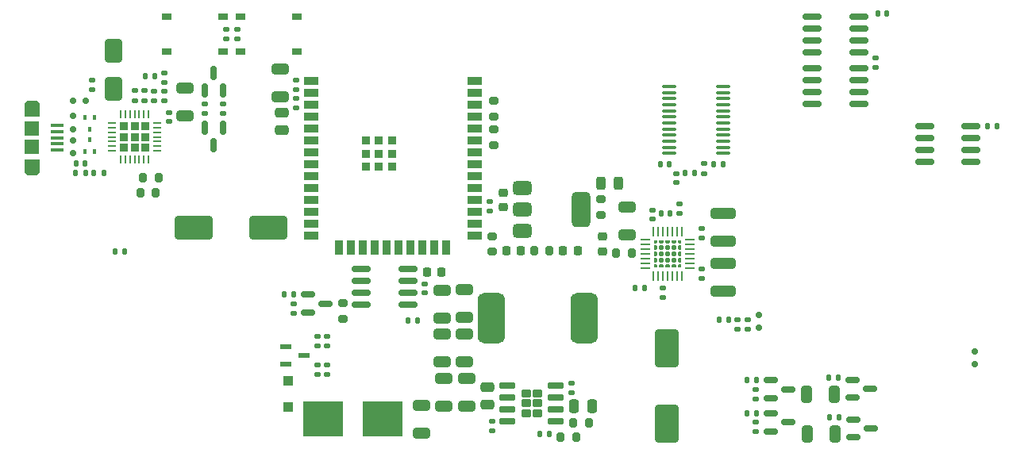
<source format=gtp>
%TF.GenerationSoftware,KiCad,Pcbnew,8.0.3-8.0.3-0~ubuntu22.04.1*%
%TF.CreationDate,2024-06-05T12:44:32+02:00*%
%TF.ProjectId,Drawer_Controller_v4,44726177-6572-45f4-936f-6e74726f6c6c,rev?*%
%TF.SameCoordinates,Original*%
%TF.FileFunction,Paste,Top*%
%TF.FilePolarity,Positive*%
%FSLAX46Y46*%
G04 Gerber Fmt 4.6, Leading zero omitted, Abs format (unit mm)*
G04 Created by KiCad (PCBNEW 8.0.3-8.0.3-0~ubuntu22.04.1) date 2024-06-05 12:44:32*
%MOMM*%
%LPD*%
G01*
G04 APERTURE LIST*
G04 Aperture macros list*
%AMRoundRect*
0 Rectangle with rounded corners*
0 $1 Rounding radius*
0 $2 $3 $4 $5 $6 $7 $8 $9 X,Y pos of 4 corners*
0 Add a 4 corners polygon primitive as box body*
4,1,4,$2,$3,$4,$5,$6,$7,$8,$9,$2,$3,0*
0 Add four circle primitives for the rounded corners*
1,1,$1+$1,$2,$3*
1,1,$1+$1,$4,$5*
1,1,$1+$1,$6,$7*
1,1,$1+$1,$8,$9*
0 Add four rect primitives between the rounded corners*
20,1,$1+$1,$2,$3,$4,$5,0*
20,1,$1+$1,$4,$5,$6,$7,0*
20,1,$1+$1,$6,$7,$8,$9,0*
20,1,$1+$1,$8,$9,$2,$3,0*%
%AMFreePoly0*
4,1,5,0.625000,-0.750000,-0.625000,-0.750000,-0.625000,0.750000,0.625000,0.750000,0.625000,-0.750000,0.625000,-0.750000,$1*%
%AMFreePoly1*
4,1,19,0.160014,0.182309,0.196624,0.131920,0.201556,0.100778,0.201556,0.026143,0.182309,-0.033093,0.172039,-0.045118,0.045118,-0.172039,-0.010378,-0.200315,-0.026143,-0.201556,-0.100778,-0.201556,-0.160014,-0.182309,-0.196624,-0.131920,-0.201556,-0.100778,-0.201556,0.100778,-0.182309,0.160014,-0.131920,0.196624,-0.100778,0.201556,0.100778,0.201556,0.160014,0.182309,0.160014,0.182309,
$1*%
%AMFreePoly2*
4,1,21,0.052471,0.262932,0.064496,0.252661,0.172039,0.145117,0.200315,0.089622,0.201556,0.073857,0.201556,-0.073857,0.182309,-0.133093,0.172039,-0.145117,0.064496,-0.252661,0.009001,-0.280938,-0.006765,-0.282179,-0.100778,-0.282179,-0.160014,-0.262932,-0.196624,-0.212543,-0.201556,-0.181401,-0.201556,0.181401,-0.182309,0.240637,-0.131920,0.277247,-0.100778,0.282179,-0.006765,0.282179,
0.052471,0.262932,0.052471,0.262932,$1*%
%AMFreePoly3*
4,1,19,0.033093,0.182309,0.045118,0.172039,0.172039,0.045118,0.200315,-0.010378,0.201556,-0.026143,0.201556,-0.100778,0.182309,-0.160014,0.131920,-0.196624,0.100778,-0.201556,-0.100778,-0.201556,-0.160014,-0.182309,-0.196624,-0.131920,-0.201556,-0.100778,-0.201556,0.100778,-0.182309,0.160014,-0.131920,0.196624,-0.100778,0.201556,-0.026143,0.201556,0.033093,0.182309,0.033093,0.182309,
$1*%
%AMFreePoly4*
4,1,21,0.240637,0.182309,0.277247,0.131920,0.282179,0.100778,0.282179,0.006765,0.262932,-0.052471,0.252661,-0.064496,0.145117,-0.172039,0.089622,-0.200315,0.073857,-0.201556,-0.073857,-0.201556,-0.133093,-0.182309,-0.145117,-0.172039,-0.252661,-0.064496,-0.280938,-0.009001,-0.282179,0.006765,-0.282179,0.100778,-0.262932,0.160014,-0.212543,0.196624,-0.181401,0.201556,0.181401,0.201556,
0.240637,0.182309,0.240637,0.182309,$1*%
%AMFreePoly5*
4,1,25,0.153044,0.262299,0.165464,0.251692,0.251692,0.165464,0.280897,0.108147,0.282178,0.091864,0.282178,-0.091864,0.262299,-0.153044,0.251692,-0.165464,0.165464,-0.251692,0.108147,-0.280897,0.091864,-0.282178,-0.091864,-0.282178,-0.153044,-0.262299,-0.165464,-0.251692,-0.251692,-0.165464,-0.280897,-0.108147,-0.282178,-0.091864,-0.282178,0.091864,-0.262299,0.153044,-0.251692,0.165464,
-0.165464,0.251692,-0.108147,0.280897,-0.091864,0.282178,0.091864,0.282178,0.153044,0.262299,0.153044,0.262299,$1*%
%AMFreePoly6*
4,1,21,0.133093,0.182309,0.145117,0.172039,0.252661,0.064496,0.280938,0.009001,0.282179,-0.006765,0.282179,-0.100778,0.262932,-0.160014,0.212543,-0.196624,0.181401,-0.201556,-0.181401,-0.201556,-0.240637,-0.182309,-0.277247,-0.131920,-0.282179,-0.100778,-0.282179,-0.006765,-0.262932,0.052471,-0.252661,0.064496,-0.145117,0.172039,-0.089622,0.200315,-0.073857,0.201556,0.073857,0.201556,
0.133093,0.182309,0.133093,0.182309,$1*%
%AMFreePoly7*
4,1,19,0.160014,0.182309,0.196624,0.131920,0.201556,0.100778,0.201556,-0.100778,0.182309,-0.160014,0.131920,-0.196624,0.100778,-0.201556,0.026143,-0.201556,-0.033093,-0.182309,-0.045118,-0.172039,-0.172039,-0.045118,-0.200315,0.010378,-0.201556,0.026143,-0.201556,0.100778,-0.182309,0.160014,-0.131920,0.196624,-0.100778,0.201556,0.100778,0.201556,0.160014,0.182309,0.160014,0.182309,
$1*%
%AMFreePoly8*
4,1,21,0.160014,0.262932,0.196624,0.212543,0.201556,0.181401,0.201556,-0.181401,0.182309,-0.240637,0.131920,-0.277247,0.100778,-0.282179,0.006765,-0.282179,-0.052471,-0.262932,-0.064496,-0.252661,-0.172039,-0.145117,-0.200315,-0.089622,-0.201556,-0.073857,-0.201556,0.073857,-0.182309,0.133093,-0.172039,0.145117,-0.064496,0.252661,-0.009001,0.280938,0.006765,0.282179,0.100778,0.282179,
0.160014,0.262932,0.160014,0.262932,$1*%
%AMFreePoly9*
4,1,19,0.160014,0.182309,0.196624,0.131920,0.201556,0.100778,0.201556,-0.100778,0.182309,-0.160014,0.131920,-0.196624,0.100778,-0.201556,-0.100778,-0.201556,-0.160014,-0.182309,-0.196624,-0.131920,-0.201556,-0.100778,-0.201556,-0.026143,-0.182309,0.033093,-0.172039,0.045118,-0.045118,0.172039,0.010378,0.200315,0.026143,0.201556,0.100778,0.201556,0.160014,0.182309,0.160014,0.182309,
$1*%
G04 Aperture macros list end*
%ADD10C,0.010000*%
%ADD11RoundRect,0.140000X0.140000X0.170000X-0.140000X0.170000X-0.140000X-0.170000X0.140000X-0.170000X0*%
%ADD12RoundRect,0.250000X-1.075000X0.312500X-1.075000X-0.312500X1.075000X-0.312500X1.075000X0.312500X0*%
%ADD13RoundRect,0.250000X-0.650000X1.000000X-0.650000X-1.000000X0.650000X-1.000000X0.650000X1.000000X0*%
%ADD14RoundRect,0.250000X0.650000X-0.325000X0.650000X0.325000X-0.650000X0.325000X-0.650000X-0.325000X0*%
%ADD15RoundRect,0.150000X-0.825000X-0.150000X0.825000X-0.150000X0.825000X0.150000X-0.825000X0.150000X0*%
%ADD16RoundRect,0.135000X0.185000X-0.135000X0.185000X0.135000X-0.185000X0.135000X-0.185000X-0.135000X0*%
%ADD17RoundRect,0.150000X-0.587500X-0.150000X0.587500X-0.150000X0.587500X0.150000X-0.587500X0.150000X0*%
%ADD18RoundRect,0.135000X-0.135000X-0.185000X0.135000X-0.185000X0.135000X0.185000X-0.135000X0.185000X0*%
%ADD19R,1.000000X0.750000*%
%ADD20R,1.350000X0.400000*%
%ADD21FreePoly0,270.000000*%
%ADD22R,1.550000X1.500000*%
%ADD23RoundRect,0.150000X0.200000X-0.150000X0.200000X0.150000X-0.200000X0.150000X-0.200000X-0.150000X0*%
%ADD24RoundRect,0.140000X0.170000X-0.140000X0.170000X0.140000X-0.170000X0.140000X-0.170000X-0.140000X0*%
%ADD25RoundRect,0.200000X-0.200000X-0.275000X0.200000X-0.275000X0.200000X0.275000X-0.200000X0.275000X0*%
%ADD26RoundRect,0.250000X-0.650000X0.325000X-0.650000X-0.325000X0.650000X-0.325000X0.650000X0.325000X0*%
%ADD27RoundRect,0.200000X0.275000X-0.200000X0.275000X0.200000X-0.275000X0.200000X-0.275000X-0.200000X0*%
%ADD28RoundRect,0.140000X-0.140000X-0.170000X0.140000X-0.170000X0.140000X0.170000X-0.140000X0.170000X0*%
%ADD29RoundRect,0.140000X-0.170000X0.140000X-0.170000X-0.140000X0.170000X-0.140000X0.170000X0.140000X0*%
%ADD30RoundRect,0.250000X0.325000X0.650000X-0.325000X0.650000X-0.325000X-0.650000X0.325000X-0.650000X0*%
%ADD31RoundRect,0.225000X0.250000X-0.225000X0.250000X0.225000X-0.250000X0.225000X-0.250000X-0.225000X0*%
%ADD32RoundRect,0.250000X-1.750000X-1.000000X1.750000X-1.000000X1.750000X1.000000X-1.750000X1.000000X0*%
%ADD33RoundRect,0.150000X-0.150000X0.587500X-0.150000X-0.587500X0.150000X-0.587500X0.150000X0.587500X0*%
%ADD34RoundRect,0.250000X0.475000X-0.250000X0.475000X0.250000X-0.475000X0.250000X-0.475000X-0.250000X0*%
%ADD35RoundRect,0.375000X-0.625000X-0.375000X0.625000X-0.375000X0.625000X0.375000X-0.625000X0.375000X0*%
%ADD36RoundRect,0.500000X-0.500000X-1.400000X0.500000X-1.400000X0.500000X1.400000X-0.500000X1.400000X0*%
%ADD37RoundRect,0.250000X1.075000X-0.312500X1.075000X0.312500X-1.075000X0.312500X-1.075000X-0.312500X0*%
%ADD38RoundRect,0.135000X-0.185000X0.135000X-0.185000X-0.135000X0.185000X-0.135000X0.185000X0.135000X0*%
%ADD39RoundRect,0.200000X-0.275000X0.200000X-0.275000X-0.200000X0.275000X-0.200000X0.275000X0.200000X0*%
%ADD40R,4.241800X3.810000*%
%ADD41RoundRect,0.225000X-0.225000X-0.250000X0.225000X-0.250000X0.225000X0.250000X-0.225000X0.250000X0*%
%ADD42RoundRect,0.250000X-0.250000X-0.475000X0.250000X-0.475000X0.250000X0.475000X-0.250000X0.475000X0*%
%ADD43RoundRect,0.100000X-0.100000X0.155000X-0.100000X-0.155000X0.100000X-0.155000X0.100000X0.155000X0*%
%ADD44R,1.500000X0.900000*%
%ADD45R,0.900000X1.500000*%
%ADD46R,0.900000X0.900000*%
%ADD47RoundRect,0.150000X0.150000X-0.587500X0.150000X0.587500X-0.150000X0.587500X-0.150000X-0.587500X0*%
%ADD48RoundRect,0.243750X0.243750X0.456250X-0.243750X0.456250X-0.243750X-0.456250X0.243750X-0.456250X0*%
%ADD49RoundRect,0.218750X0.218750X0.256250X-0.218750X0.256250X-0.218750X-0.256250X0.218750X-0.256250X0*%
%ADD50RoundRect,0.725000X-0.725000X1.975000X-0.725000X-1.975000X0.725000X-1.975000X0.725000X1.975000X0*%
%ADD51RoundRect,0.135000X0.135000X0.185000X-0.135000X0.185000X-0.135000X-0.185000X0.135000X-0.185000X0*%
%ADD52FreePoly1,270.000000*%
%ADD53FreePoly2,270.000000*%
%ADD54FreePoly3,270.000000*%
%ADD55FreePoly4,270.000000*%
%ADD56FreePoly5,270.000000*%
%ADD57FreePoly6,270.000000*%
%ADD58FreePoly7,270.000000*%
%ADD59FreePoly8,270.000000*%
%ADD60FreePoly9,270.000000*%
%ADD61RoundRect,0.062500X-0.062500X0.412500X-0.062500X-0.412500X0.062500X-0.412500X0.062500X0.412500X0*%
%ADD62RoundRect,0.062500X-0.412500X0.062500X-0.412500X-0.062500X0.412500X-0.062500X0.412500X0.062500X0*%
%ADD63RoundRect,0.225000X0.225000X0.225000X-0.225000X0.225000X-0.225000X-0.225000X0.225000X-0.225000X0*%
%ADD64RoundRect,0.062500X0.337500X0.062500X-0.337500X0.062500X-0.337500X-0.062500X0.337500X-0.062500X0*%
%ADD65RoundRect,0.062500X0.062500X0.337500X-0.062500X0.337500X-0.062500X-0.337500X0.062500X-0.337500X0*%
%ADD66RoundRect,0.250000X-0.300000X0.300000X-0.300000X-0.300000X0.300000X-0.300000X0.300000X0.300000X0*%
%ADD67RoundRect,0.150000X0.825000X0.150000X-0.825000X0.150000X-0.825000X-0.150000X0.825000X-0.150000X0*%
%ADD68RoundRect,0.250000X-1.000000X1.750000X-1.000000X-1.750000X1.000000X-1.750000X1.000000X1.750000X0*%
%ADD69RoundRect,0.250000X-0.475000X0.250000X-0.475000X-0.250000X0.475000X-0.250000X0.475000X0.250000X0*%
%ADD70RoundRect,0.041300X-0.588700X-0.253700X0.588700X-0.253700X0.588700X0.253700X-0.588700X0.253700X0*%
%ADD71RoundRect,0.218750X-0.256250X0.218750X-0.256250X-0.218750X0.256250X-0.218750X0.256250X0.218750X0*%
%ADD72RoundRect,0.222500X-0.297500X-0.222500X0.297500X-0.222500X0.297500X0.222500X-0.297500X0.222500X0*%
%ADD73RoundRect,0.150000X-0.737500X-0.150000X0.737500X-0.150000X0.737500X0.150000X-0.737500X0.150000X0*%
%ADD74RoundRect,0.100000X0.637500X0.100000X-0.637500X0.100000X-0.637500X-0.100000X0.637500X-0.100000X0*%
%ADD75RoundRect,0.150000X-0.150000X-0.200000X0.150000X-0.200000X0.150000X0.200000X-0.150000X0.200000X0*%
%ADD76RoundRect,0.200000X0.200000X0.275000X-0.200000X0.275000X-0.200000X-0.275000X0.200000X-0.275000X0*%
%ADD77RoundRect,0.150000X-0.200000X0.150000X-0.200000X-0.150000X0.200000X-0.150000X0.200000X0.150000X0*%
%ADD78RoundRect,0.225000X0.225000X0.250000X-0.225000X0.250000X-0.225000X-0.250000X0.225000X-0.250000X0*%
%ADD79RoundRect,0.100000X0.100000X-0.155000X0.100000X0.155000X-0.100000X0.155000X-0.100000X-0.155000X0*%
G04 APERTURE END LIST*
D10*
%TO.C,X7*%
X103226000Y-110006000D02*
X103252000Y-110008000D01*
X103278000Y-110011000D01*
X103304000Y-110016000D01*
X103329000Y-110022000D01*
X103355000Y-110029000D01*
X103379000Y-110038000D01*
X103403000Y-110048000D01*
X103427000Y-110059000D01*
X103450000Y-110072000D01*
X103472000Y-110086000D01*
X103494000Y-110100000D01*
X103515000Y-110116000D01*
X103535000Y-110133000D01*
X103554000Y-110151000D01*
X103572000Y-110170000D01*
X103589000Y-110190000D01*
X103605000Y-110211000D01*
X103619000Y-110233000D01*
X103633000Y-110255000D01*
X103646000Y-110278000D01*
X103657000Y-110302000D01*
X103667000Y-110326000D01*
X103676000Y-110350000D01*
X103683000Y-110376000D01*
X103689000Y-110401000D01*
X103694000Y-110427000D01*
X103697000Y-110453000D01*
X103699000Y-110479000D01*
X103700000Y-110505000D01*
X103700000Y-111650000D01*
X102150000Y-111650000D01*
X102150000Y-110505000D01*
X102151000Y-110479000D01*
X102153000Y-110453000D01*
X102156000Y-110427000D01*
X102161000Y-110401000D01*
X102167000Y-110376000D01*
X102174000Y-110350000D01*
X102183000Y-110326000D01*
X102193000Y-110302000D01*
X102204000Y-110278000D01*
X102217000Y-110255000D01*
X102231000Y-110233000D01*
X102245000Y-110211000D01*
X102261000Y-110190000D01*
X102278000Y-110170000D01*
X102296000Y-110151000D01*
X102315000Y-110133000D01*
X102335000Y-110116000D01*
X102356000Y-110100000D01*
X102378000Y-110086000D01*
X102400000Y-110072000D01*
X102423000Y-110059000D01*
X102447000Y-110048000D01*
X102471000Y-110038000D01*
X102495000Y-110029000D01*
X102521000Y-110022000D01*
X102546000Y-110016000D01*
X102572000Y-110011000D01*
X102598000Y-110008000D01*
X102624000Y-110006000D01*
X102650000Y-110005000D01*
X103200000Y-110005000D01*
X103226000Y-110006000D01*
G36*
X103226000Y-110006000D02*
G01*
X103252000Y-110008000D01*
X103278000Y-110011000D01*
X103304000Y-110016000D01*
X103329000Y-110022000D01*
X103355000Y-110029000D01*
X103379000Y-110038000D01*
X103403000Y-110048000D01*
X103427000Y-110059000D01*
X103450000Y-110072000D01*
X103472000Y-110086000D01*
X103494000Y-110100000D01*
X103515000Y-110116000D01*
X103535000Y-110133000D01*
X103554000Y-110151000D01*
X103572000Y-110170000D01*
X103589000Y-110190000D01*
X103605000Y-110211000D01*
X103619000Y-110233000D01*
X103633000Y-110255000D01*
X103646000Y-110278000D01*
X103657000Y-110302000D01*
X103667000Y-110326000D01*
X103676000Y-110350000D01*
X103683000Y-110376000D01*
X103689000Y-110401000D01*
X103694000Y-110427000D01*
X103697000Y-110453000D01*
X103699000Y-110479000D01*
X103700000Y-110505000D01*
X103700000Y-111650000D01*
X102150000Y-111650000D01*
X102150000Y-110505000D01*
X102151000Y-110479000D01*
X102153000Y-110453000D01*
X102156000Y-110427000D01*
X102161000Y-110401000D01*
X102167000Y-110376000D01*
X102174000Y-110350000D01*
X102183000Y-110326000D01*
X102193000Y-110302000D01*
X102204000Y-110278000D01*
X102217000Y-110255000D01*
X102231000Y-110233000D01*
X102245000Y-110211000D01*
X102261000Y-110190000D01*
X102278000Y-110170000D01*
X102296000Y-110151000D01*
X102315000Y-110133000D01*
X102335000Y-110116000D01*
X102356000Y-110100000D01*
X102378000Y-110086000D01*
X102400000Y-110072000D01*
X102423000Y-110059000D01*
X102447000Y-110048000D01*
X102471000Y-110038000D01*
X102495000Y-110029000D01*
X102521000Y-110022000D01*
X102546000Y-110016000D01*
X102572000Y-110011000D01*
X102598000Y-110008000D01*
X102624000Y-110006000D01*
X102650000Y-110005000D01*
X103200000Y-110005000D01*
X103226000Y-110006000D01*
G37*
X103700000Y-117395000D02*
X103699000Y-117421000D01*
X103697000Y-117447000D01*
X103694000Y-117473000D01*
X103689000Y-117499000D01*
X103683000Y-117524000D01*
X103676000Y-117550000D01*
X103667000Y-117574000D01*
X103657000Y-117598000D01*
X103646000Y-117622000D01*
X103633000Y-117645000D01*
X103619000Y-117667000D01*
X103605000Y-117689000D01*
X103589000Y-117710000D01*
X103572000Y-117730000D01*
X103554000Y-117749000D01*
X103535000Y-117767000D01*
X103515000Y-117784000D01*
X103494000Y-117800000D01*
X103472000Y-117814000D01*
X103450000Y-117828000D01*
X103427000Y-117841000D01*
X103403000Y-117852000D01*
X103379000Y-117862000D01*
X103355000Y-117871000D01*
X103329000Y-117878000D01*
X103304000Y-117884000D01*
X103278000Y-117889000D01*
X103252000Y-117892000D01*
X103226000Y-117894000D01*
X103200000Y-117895000D01*
X102650000Y-117895000D01*
X102624000Y-117894000D01*
X102598000Y-117892000D01*
X102572000Y-117889000D01*
X102546000Y-117884000D01*
X102521000Y-117878000D01*
X102495000Y-117871000D01*
X102471000Y-117862000D01*
X102447000Y-117852000D01*
X102423000Y-117841000D01*
X102400000Y-117828000D01*
X102378000Y-117814000D01*
X102356000Y-117800000D01*
X102335000Y-117784000D01*
X102315000Y-117767000D01*
X102296000Y-117749000D01*
X102278000Y-117730000D01*
X102261000Y-117710000D01*
X102245000Y-117689000D01*
X102231000Y-117667000D01*
X102217000Y-117645000D01*
X102204000Y-117622000D01*
X102193000Y-117598000D01*
X102183000Y-117574000D01*
X102174000Y-117550000D01*
X102167000Y-117524000D01*
X102161000Y-117499000D01*
X102156000Y-117473000D01*
X102153000Y-117447000D01*
X102151000Y-117421000D01*
X102150000Y-117395000D01*
X102150000Y-116250000D01*
X103700000Y-116250000D01*
X103700000Y-117395000D01*
G36*
X103700000Y-117395000D02*
G01*
X103699000Y-117421000D01*
X103697000Y-117447000D01*
X103694000Y-117473000D01*
X103689000Y-117499000D01*
X103683000Y-117524000D01*
X103676000Y-117550000D01*
X103667000Y-117574000D01*
X103657000Y-117598000D01*
X103646000Y-117622000D01*
X103633000Y-117645000D01*
X103619000Y-117667000D01*
X103605000Y-117689000D01*
X103589000Y-117710000D01*
X103572000Y-117730000D01*
X103554000Y-117749000D01*
X103535000Y-117767000D01*
X103515000Y-117784000D01*
X103494000Y-117800000D01*
X103472000Y-117814000D01*
X103450000Y-117828000D01*
X103427000Y-117841000D01*
X103403000Y-117852000D01*
X103379000Y-117862000D01*
X103355000Y-117871000D01*
X103329000Y-117878000D01*
X103304000Y-117884000D01*
X103278000Y-117889000D01*
X103252000Y-117892000D01*
X103226000Y-117894000D01*
X103200000Y-117895000D01*
X102650000Y-117895000D01*
X102624000Y-117894000D01*
X102598000Y-117892000D01*
X102572000Y-117889000D01*
X102546000Y-117884000D01*
X102521000Y-117878000D01*
X102495000Y-117871000D01*
X102471000Y-117862000D01*
X102447000Y-117852000D01*
X102423000Y-117841000D01*
X102400000Y-117828000D01*
X102378000Y-117814000D01*
X102356000Y-117800000D01*
X102335000Y-117784000D01*
X102315000Y-117767000D01*
X102296000Y-117749000D01*
X102278000Y-117730000D01*
X102261000Y-117710000D01*
X102245000Y-117689000D01*
X102231000Y-117667000D01*
X102217000Y-117645000D01*
X102204000Y-117622000D01*
X102193000Y-117598000D01*
X102183000Y-117574000D01*
X102174000Y-117550000D01*
X102167000Y-117524000D01*
X102161000Y-117499000D01*
X102156000Y-117473000D01*
X102153000Y-117447000D01*
X102151000Y-117421000D01*
X102150000Y-117395000D01*
X102150000Y-116250000D01*
X103700000Y-116250000D01*
X103700000Y-117395000D01*
G37*
%TD*%
D11*
%TO.C,C25*%
X108630000Y-116700000D03*
X107670000Y-116700000D03*
%TD*%
D12*
%TO.C,R43*%
X176650000Y-127400000D03*
X176650000Y-130325000D03*
%TD*%
D13*
%TO.C,D3*%
X111650000Y-104700000D03*
X111650000Y-108700000D03*
%TD*%
D14*
%TO.C,C13*%
X146700000Y-133175000D03*
X146700000Y-130225000D03*
%TD*%
D15*
%TO.C,U9*%
X186200000Y-101000000D03*
X186200000Y-102270000D03*
X186200000Y-103540000D03*
X186200000Y-104810000D03*
X191150000Y-104810000D03*
X191150000Y-103540000D03*
X191150000Y-102270000D03*
X191150000Y-101000000D03*
%TD*%
D16*
%TO.C,R12*%
X133425000Y-139200000D03*
X133425000Y-138180000D03*
%TD*%
D17*
%TO.C,Q4*%
X181737500Y-143387500D03*
X181737500Y-145287500D03*
X183612500Y-144337500D03*
%TD*%
D18*
%TO.C,R23*%
X188005000Y-143800000D03*
X189025000Y-143800000D03*
%TD*%
D19*
%TO.C,S2*%
X125187500Y-101025000D03*
X131187500Y-101025000D03*
X125187500Y-104775000D03*
X131187500Y-104775000D03*
%TD*%
D20*
%TO.C,X7*%
X105600000Y-112650000D03*
X105600000Y-113300000D03*
X105600000Y-113950000D03*
X105600000Y-114600000D03*
X105600000Y-115250000D03*
D21*
X102925000Y-111030000D03*
D22*
X102925000Y-112950000D03*
X102925000Y-114950000D03*
D21*
X102925000Y-116870000D03*
%TD*%
D18*
%TO.C,R9*%
X129880000Y-130650000D03*
X130900000Y-130650000D03*
%TD*%
D23*
%TO.C,F4*%
X107300000Y-111650000D03*
X107300000Y-113050000D03*
%TD*%
D24*
%TO.C,C27*%
X131125000Y-108810000D03*
X131125000Y-107850000D03*
%TD*%
D14*
%TO.C,C12*%
X149100000Y-133150000D03*
X149100000Y-130200000D03*
%TD*%
D25*
%TO.C,R7*%
X159325000Y-145950000D03*
X160975000Y-145950000D03*
%TD*%
D16*
%TO.C,R41*%
X172000000Y-122050000D03*
X172000000Y-121030000D03*
%TD*%
D24*
%TO.C,C7*%
X160500000Y-141130000D03*
X160500000Y-140170000D03*
%TD*%
D17*
%TO.C,Q1*%
X132400000Y-130700000D03*
X132400000Y-132600000D03*
X134275000Y-131650000D03*
%TD*%
D26*
%TO.C,C10*%
X146700000Y-134900000D03*
X146700000Y-137850000D03*
%TD*%
D27*
%TO.C,R4*%
X163637500Y-122175000D03*
X163637500Y-120525000D03*
%TD*%
D28*
%TO.C,C31*%
X170070000Y-122000000D03*
X171030000Y-122000000D03*
%TD*%
D11*
%TO.C,C41*%
X177230000Y-133400000D03*
X176270000Y-133400000D03*
%TD*%
D29*
%TO.C,C23*%
X123700000Y-102420000D03*
X123700000Y-103380000D03*
%TD*%
%TO.C,C33*%
X169100000Y-121690000D03*
X169100000Y-122650000D03*
%TD*%
D30*
%TO.C,C18*%
X188550000Y-141350000D03*
X185600000Y-141350000D03*
%TD*%
D18*
%TO.C,R20*%
X187925000Y-139600000D03*
X188945000Y-139600000D03*
%TD*%
D14*
%TO.C,C5*%
X146900000Y-142600000D03*
X146900000Y-139650000D03*
%TD*%
D31*
%TO.C,C3*%
X153200000Y-121375000D03*
X153200000Y-119825000D03*
%TD*%
D16*
%TO.C,R32*%
X114950000Y-109970000D03*
X114950000Y-108950000D03*
%TD*%
D11*
%TO.C,C34*%
X168280000Y-130000000D03*
X167320000Y-130000000D03*
%TD*%
D17*
%TO.C,Q2*%
X181725000Y-139850000D03*
X181725000Y-141750000D03*
X183600000Y-140800000D03*
%TD*%
D18*
%TO.C,R16*%
X172650000Y-117700000D03*
X173670000Y-117700000D03*
%TD*%
D16*
%TO.C,R1*%
X151800000Y-121810000D03*
X151800000Y-120790000D03*
%TD*%
D32*
%TO.C,C1*%
X120200000Y-123550000D03*
X128200000Y-123550000D03*
%TD*%
D23*
%TO.C,F3*%
X203550000Y-136750000D03*
X203550000Y-138150000D03*
%TD*%
D27*
%TO.C,R11*%
X136087500Y-133275000D03*
X136087500Y-131625000D03*
%TD*%
D33*
%TO.C,Q6*%
X123300000Y-112900000D03*
X121400000Y-112900000D03*
X122350000Y-114775000D03*
%TD*%
D29*
%TO.C,C20*%
X124825000Y-102425000D03*
X124825000Y-103385000D03*
%TD*%
D34*
%TO.C,C8*%
X151500000Y-142450000D03*
X151500000Y-140550000D03*
%TD*%
D18*
%TO.C,R18*%
X179215000Y-139850000D03*
X180235000Y-139850000D03*
%TD*%
D29*
%TO.C,C30*%
X170200000Y-130020000D03*
X170200000Y-130980000D03*
%TD*%
D16*
%TO.C,R15*%
X134450000Y-136170000D03*
X134450000Y-135150000D03*
%TD*%
D35*
%TO.C,U2*%
X155250000Y-119300000D03*
X155250000Y-121600000D03*
D36*
X161550000Y-121600000D03*
D35*
X155250000Y-123900000D03*
%TD*%
D26*
%TO.C,C9*%
X149100000Y-134925000D03*
X149100000Y-137875000D03*
%TD*%
D37*
%TO.C,R44*%
X176650000Y-124962500D03*
X176650000Y-122037500D03*
%TD*%
D38*
%TO.C,R22*%
X180162500Y-144317500D03*
X180162500Y-145337500D03*
%TD*%
D28*
%TO.C,C40*%
X204900000Y-112700000D03*
X205860000Y-112700000D03*
%TD*%
D39*
%TO.C,R37*%
X152200000Y-113075000D03*
X152200000Y-114725000D03*
%TD*%
D40*
%TO.C,F2*%
X134012300Y-144000000D03*
X140387700Y-144000000D03*
%TD*%
D41*
%TO.C,C14*%
X145100000Y-128300000D03*
X146650000Y-128300000D03*
%TD*%
D16*
%TO.C,R13*%
X133425000Y-136170000D03*
X133425000Y-135150000D03*
%TD*%
D42*
%TO.C,C11*%
X160800000Y-142600000D03*
X162700000Y-142600000D03*
%TD*%
D16*
%TO.C,R14*%
X134450000Y-139200000D03*
X134450000Y-138180000D03*
%TD*%
D18*
%TO.C,R40*%
X175640000Y-116750000D03*
X176660000Y-116750000D03*
%TD*%
D43*
%TO.C,Q9*%
X108625000Y-115465000D03*
X109625000Y-115465000D03*
X109125000Y-114175000D03*
%TD*%
D44*
%TO.C,U6*%
X132700000Y-107930000D03*
X132700000Y-109200000D03*
X132700000Y-110470000D03*
X132700000Y-111740000D03*
X132700000Y-113010000D03*
X132700000Y-114280000D03*
X132700000Y-115550000D03*
X132700000Y-116820000D03*
X132700000Y-118090000D03*
X132700000Y-119360000D03*
X132700000Y-120630000D03*
X132700000Y-121900000D03*
X132700000Y-123170000D03*
X132700000Y-124440000D03*
D45*
X135735000Y-125690000D03*
X137005000Y-125690000D03*
X138275000Y-125690000D03*
X139545000Y-125690000D03*
X140815000Y-125690000D03*
X142085000Y-125690000D03*
X143355000Y-125690000D03*
X144625000Y-125690000D03*
X145895000Y-125690000D03*
X147165000Y-125690000D03*
D44*
X150200000Y-124440000D03*
X150200000Y-123170000D03*
X150200000Y-121900000D03*
X150200000Y-120630000D03*
X150200000Y-119360000D03*
X150200000Y-118090000D03*
X150200000Y-116820000D03*
X150200000Y-115550000D03*
X150200000Y-114280000D03*
X150200000Y-113010000D03*
X150200000Y-111740000D03*
X150200000Y-110470000D03*
X150200000Y-109200000D03*
X150200000Y-107930000D03*
D46*
X138550000Y-114250000D03*
X138550000Y-115650000D03*
X138550000Y-117050000D03*
X139950000Y-114250000D03*
X139950000Y-115650000D03*
X139950000Y-117050000D03*
X141350000Y-114250000D03*
X141350000Y-115650000D03*
X141350000Y-117050000D03*
%TD*%
D18*
%TO.C,R6*%
X157140000Y-145550000D03*
X158160000Y-145550000D03*
%TD*%
D47*
%TO.C,Q7*%
X121400000Y-108887500D03*
X123300000Y-108887500D03*
X122350000Y-107012500D03*
%TD*%
D38*
%TO.C,R36*%
X131125000Y-109750000D03*
X131125000Y-110770000D03*
%TD*%
D30*
%TO.C,C19*%
X188600000Y-145550000D03*
X185650000Y-145550000D03*
%TD*%
D38*
%TO.C,R27*%
X121400000Y-110377500D03*
X121400000Y-111397500D03*
%TD*%
D48*
%TO.C,D2*%
X165537500Y-118825000D03*
X163662500Y-118825000D03*
%TD*%
D49*
%TO.C,D1*%
X161187500Y-126000000D03*
X159612500Y-126000000D03*
%TD*%
D18*
%TO.C,R28*%
X115040000Y-107400000D03*
X116060000Y-107400000D03*
%TD*%
D50*
%TO.C,L1*%
X161850000Y-133200000D03*
X151950000Y-133200000D03*
%TD*%
D51*
%TO.C,R34*%
X108650000Y-117750000D03*
X107630000Y-117750000D03*
%TD*%
D52*
%TO.C,U8*%
X172050000Y-125050000D03*
D53*
X171450000Y-125050000D03*
X170750000Y-125050000D03*
X170050000Y-125050000D03*
D54*
X169450000Y-125050000D03*
D55*
X172050000Y-125650000D03*
D56*
X171450000Y-125650000D03*
X170750000Y-125650000D03*
X170050000Y-125650000D03*
D57*
X169450000Y-125650000D03*
D55*
X172050000Y-126350000D03*
D56*
X171450000Y-126350000D03*
X170750000Y-126350000D03*
X170050000Y-126350000D03*
D57*
X169450000Y-126350000D03*
D55*
X172050000Y-127050000D03*
D56*
X171450000Y-127050000D03*
X170750000Y-127050000D03*
X170050000Y-127050000D03*
D57*
X169450000Y-127050000D03*
D58*
X172050000Y-127650000D03*
D59*
X171450000Y-127650000D03*
X170750000Y-127650000D03*
X170050000Y-127650000D03*
D60*
X169450000Y-127650000D03*
D61*
X172250000Y-123975000D03*
X171750000Y-123975000D03*
X171250000Y-123975000D03*
X170750000Y-123975000D03*
X170250000Y-123975000D03*
X169750000Y-123975000D03*
X169250000Y-123975000D03*
D62*
X168375000Y-124850000D03*
X168375000Y-125350000D03*
X168375000Y-125850000D03*
X168375000Y-126350000D03*
X168375000Y-126850000D03*
X168375000Y-127350000D03*
X168375000Y-127850000D03*
D61*
X169250000Y-128725000D03*
X169750000Y-128725000D03*
X170250000Y-128725000D03*
X170750000Y-128725000D03*
X171250000Y-128725000D03*
X171750000Y-128725000D03*
X172250000Y-128725000D03*
D62*
X173125000Y-127850000D03*
X173125000Y-127350000D03*
X173125000Y-126850000D03*
X173125000Y-126350000D03*
X173125000Y-125850000D03*
X173125000Y-125350000D03*
X173125000Y-124850000D03*
%TD*%
D39*
%TO.C,R39*%
X152000000Y-124475000D03*
X152000000Y-126125000D03*
%TD*%
D29*
%TO.C,C17*%
X171700000Y-117770000D03*
X171700000Y-118730000D03*
%TD*%
D16*
%TO.C,R35*%
X113925000Y-109970000D03*
X113925000Y-108950000D03*
%TD*%
D25*
%TO.C,R5*%
X160700000Y-144400000D03*
X162350000Y-144400000D03*
%TD*%
D38*
%TO.C,R10*%
X130850000Y-131665000D03*
X130850000Y-132685000D03*
%TD*%
D17*
%TO.C,Q3*%
X190450000Y-139800000D03*
X190450000Y-141700000D03*
X192325000Y-140750000D03*
%TD*%
D28*
%TO.C,C38*%
X193170000Y-100700000D03*
X194130000Y-100700000D03*
%TD*%
D38*
%TO.C,R19*%
X180175000Y-140850000D03*
X180175000Y-141870000D03*
%TD*%
D14*
%TO.C,C28*%
X129400000Y-109550000D03*
X129400000Y-106600000D03*
%TD*%
D38*
%TO.C,R46*%
X179270000Y-133380000D03*
X179270000Y-134400000D03*
%TD*%
%TO.C,R29*%
X115975000Y-108955000D03*
X115975000Y-109975000D03*
%TD*%
D18*
%TO.C,R21*%
X179202500Y-143337500D03*
X180222500Y-143337500D03*
%TD*%
D63*
%TO.C,U5*%
X115020000Y-114987500D03*
X115020000Y-113867500D03*
X115020000Y-112747500D03*
X113900000Y-114987500D03*
X113900000Y-113867500D03*
X113900000Y-112747500D03*
X112780000Y-114987500D03*
X112780000Y-113867500D03*
X112780000Y-112747500D03*
D64*
X116350000Y-115367500D03*
X116350000Y-114867500D03*
X116350000Y-114367500D03*
X116350000Y-113867500D03*
X116350000Y-113367500D03*
X116350000Y-112867500D03*
X116350000Y-112367500D03*
D65*
X115400000Y-111417500D03*
X114900000Y-111417500D03*
X114400000Y-111417500D03*
X113900000Y-111417500D03*
X113400000Y-111417500D03*
X112900000Y-111417500D03*
X112400000Y-111417500D03*
D64*
X111450000Y-112367500D03*
X111450000Y-112867500D03*
X111450000Y-113367500D03*
X111450000Y-113867500D03*
X111450000Y-114367500D03*
X111450000Y-114867500D03*
X111450000Y-115367500D03*
D65*
X112400000Y-116317500D03*
X112900000Y-116317500D03*
X113400000Y-116317500D03*
X113900000Y-116317500D03*
X114400000Y-116317500D03*
X114900000Y-116317500D03*
X115400000Y-116317500D03*
%TD*%
D18*
%TO.C,R2*%
X111790000Y-126100000D03*
X112810000Y-126100000D03*
%TD*%
D16*
%TO.C,R30*%
X117075000Y-109985000D03*
X117075000Y-108965000D03*
%TD*%
D19*
%TO.C,S3*%
X117337500Y-101025000D03*
X123337500Y-101025000D03*
X117337500Y-104775000D03*
X123337500Y-104775000D03*
%TD*%
D14*
%TO.C,C32*%
X166400000Y-124325000D03*
X166400000Y-121375000D03*
%TD*%
D24*
%TO.C,C35*%
X174400000Y-124630000D03*
X174400000Y-123670000D03*
%TD*%
D66*
%TO.C,F1*%
X130300000Y-139900000D03*
X130300000Y-142700000D03*
%TD*%
D17*
%TO.C,Q5*%
X190525000Y-144050000D03*
X190525000Y-145950000D03*
X192400000Y-145000000D03*
%TD*%
D25*
%TO.C,R3*%
X156500000Y-126000000D03*
X158150000Y-126000000D03*
%TD*%
D29*
%TO.C,C36*%
X174400000Y-128000000D03*
X174400000Y-128960000D03*
%TD*%
D14*
%TO.C,C24*%
X119250000Y-111625000D03*
X119250000Y-108675000D03*
%TD*%
D15*
%TO.C,U11*%
X198175000Y-112695000D03*
X198175000Y-113965000D03*
X198175000Y-115235000D03*
X198175000Y-116505000D03*
X203125000Y-116505000D03*
X203125000Y-115235000D03*
X203125000Y-113965000D03*
X203125000Y-112695000D03*
%TD*%
D67*
%TO.C,U4*%
X143050000Y-131790000D03*
X143050000Y-130520000D03*
X143050000Y-129250000D03*
X143050000Y-127980000D03*
X138100000Y-127980000D03*
X138100000Y-129250000D03*
X138100000Y-130520000D03*
X138100000Y-131790000D03*
%TD*%
D68*
%TO.C,C37*%
X170700000Y-136450000D03*
X170700000Y-144450000D03*
%TD*%
D69*
%TO.C,C26*%
X129600000Y-111250000D03*
X129600000Y-113150000D03*
%TD*%
D16*
%TO.C,R8*%
X152000000Y-145210000D03*
X152000000Y-144190000D03*
%TD*%
D70*
%TO.C,U1*%
X130040000Y-136250000D03*
X130040000Y-138150000D03*
X132000000Y-137200000D03*
%TD*%
D38*
%TO.C,R17*%
X174650000Y-116740000D03*
X174650000Y-117760000D03*
%TD*%
D14*
%TO.C,C4*%
X149300000Y-142575000D03*
X149300000Y-139625000D03*
%TD*%
D71*
%TO.C,D4*%
X163800000Y-124512500D03*
X163800000Y-126087500D03*
%TD*%
D24*
%TO.C,C15*%
X144850000Y-130510000D03*
X144850000Y-129550000D03*
%TD*%
%TO.C,C21*%
X117550000Y-112250000D03*
X117550000Y-111290000D03*
%TD*%
D72*
%TO.C,U3*%
X155650000Y-141270000D03*
X155650000Y-142300000D03*
X155650000Y-143330000D03*
X156850000Y-141270000D03*
X156850000Y-142300000D03*
X156850000Y-143330000D03*
D73*
X153687500Y-140395000D03*
X153687500Y-141665000D03*
X153687500Y-142935000D03*
X153687500Y-144205000D03*
X158812500Y-144205000D03*
X158812500Y-142935000D03*
X158812500Y-141665000D03*
X158812500Y-140395000D03*
%TD*%
D51*
%TO.C,R33*%
X110595000Y-117750000D03*
X109575000Y-117750000D03*
%TD*%
D16*
%TO.C,R31*%
X117100000Y-108060000D03*
X117100000Y-107040000D03*
%TD*%
D11*
%TO.C,C16*%
X144050000Y-133450000D03*
X143090000Y-133450000D03*
%TD*%
D38*
%TO.C,R45*%
X178220000Y-133390000D03*
X178220000Y-134410000D03*
%TD*%
D11*
%TO.C,C29*%
X170950000Y-116750000D03*
X169990000Y-116750000D03*
%TD*%
D24*
%TO.C,C39*%
X192900000Y-106430000D03*
X192900000Y-105470000D03*
%TD*%
D74*
%TO.C,U7*%
X176662500Y-115625000D03*
X176662500Y-114975000D03*
X176662500Y-114325000D03*
X176662500Y-113675000D03*
X176662500Y-113025000D03*
X176662500Y-112375000D03*
X176662500Y-111725000D03*
X176662500Y-111075000D03*
X176662500Y-110425000D03*
X176662500Y-109775000D03*
X176662500Y-109125000D03*
X176662500Y-108475000D03*
X170937500Y-108475000D03*
X170937500Y-109125000D03*
X170937500Y-109775000D03*
X170937500Y-110425000D03*
X170937500Y-111075000D03*
X170937500Y-111725000D03*
X170937500Y-112375000D03*
X170937500Y-113025000D03*
X170937500Y-113675000D03*
X170937500Y-114325000D03*
X170937500Y-114975000D03*
X170937500Y-115625000D03*
%TD*%
D23*
%TO.C,F7*%
X180520000Y-132850000D03*
X180520000Y-134250000D03*
%TD*%
D75*
%TO.C,F6*%
X108700000Y-110050000D03*
X107300000Y-110050000D03*
%TD*%
D15*
%TO.C,U10*%
X186200000Y-106500000D03*
X186200000Y-107770000D03*
X186200000Y-109040000D03*
X186200000Y-110310000D03*
X191150000Y-110310000D03*
X191150000Y-109040000D03*
X191150000Y-107770000D03*
X191150000Y-106500000D03*
%TD*%
D24*
%TO.C,C22*%
X109350000Y-108810000D03*
X109350000Y-107850000D03*
%TD*%
D76*
%TO.C,R24*%
X116150000Y-119800000D03*
X114500000Y-119800000D03*
%TD*%
D26*
%TO.C,C6*%
X144500000Y-142500000D03*
X144500000Y-145450000D03*
%TD*%
D77*
%TO.C,F5*%
X107300000Y-115625000D03*
X107300000Y-114225000D03*
%TD*%
D38*
%TO.C,R26*%
X123300000Y-110375000D03*
X123300000Y-111395000D03*
%TD*%
D76*
%TO.C,R25*%
X116450000Y-118250000D03*
X114800000Y-118250000D03*
%TD*%
D78*
%TO.C,C2*%
X155075000Y-126000000D03*
X153525000Y-126000000D03*
%TD*%
D76*
%TO.C,R42*%
X166925000Y-126300000D03*
X165275000Y-126300000D03*
%TD*%
D79*
%TO.C,Q8*%
X109625000Y-111800000D03*
X108625000Y-111800000D03*
X109125000Y-113090000D03*
%TD*%
D27*
%TO.C,R38*%
X152200000Y-111675000D03*
X152200000Y-110025000D03*
%TD*%
M02*

</source>
